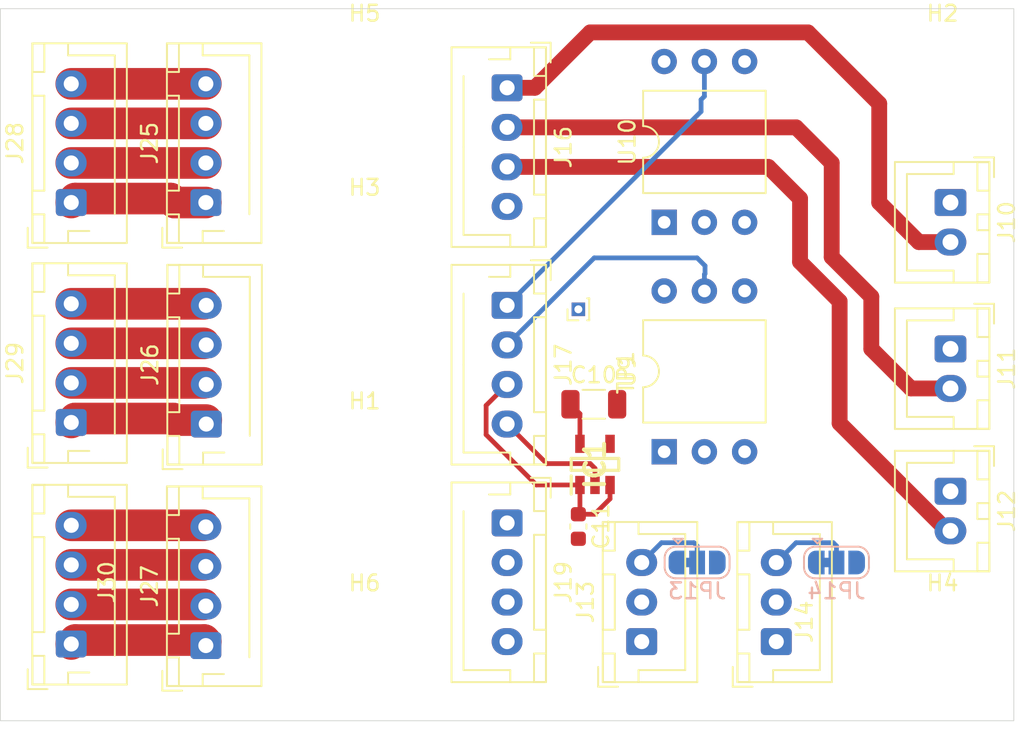
<source format=kicad_pcb>
(kicad_pcb (version 20240108) (generator "pcbnew") (generator_version "8.0")
  (layers (0 "F.Cu" signal) (31 "B.Cu" signal) (34 "B.Paste" user) (35 "F.Paste" user) (36 "B.SilkS" user "B.Silkscreen") (37 "F.SilkS" user "F.Silkscreen") (38 "B.Mask" user) (39 "F.Mask" user) (44 "Edge.Cuts" user))
  (net 0 "")
  (net 1 "/MID_GND3")
  (net 2 "/MID_GND1")
  (net 3 "/MID_GND2")
  (net 4 "+5VA")
  (net 5 "/MID_SEN2")
  (net 6 "Net-(J13-Pin_2)")
  (net 7 "Net-(J14-Pin_2)")
  (net 8 "/MID_VALVE1")
  (net 9 "/MID_VALVE2")
  (net 10 "/MID_LIGHT_DN")
  (net 11 "/MID_Z_MIN")
  (net 12 "/MID_X_MIN")
  (net 13 "/MID_SEN_VCC")
  (net 14 "/MID_SEN1")
  (net 15 "Net-(J19-Pin_1)")
  (net 23 "Net-(J25-Pin_3)")
  (net 24 "Net-(J25-Pin_1)")
  (net 25 "Net-(J25-Pin_4)")
  (net 26 "Net-(J25-Pin_2)")
  (net 27 "Net-(J26-Pin_4)")
  (net 28 "Net-(J26-Pin_1)")
  (net 29 "Net-(J26-Pin_2)")
  (net 30 "Net-(J26-Pin_3)")
  (net 31 "Net-(J27-Pin_2)")
  (net 32 "Net-(J27-Pin_4)")
  (net 33 "Net-(J27-Pin_3)")
  (net 34 "Net-(J27-Pin_1)")
  (footprint "Capacitor_SMD:C_1206_3216Metric" (layer "F.Cu") (at 108.475 59)
    (property "Reference" "C10" (at 0 -1.85 0) (layer "F.SilkS"))
    (property "Value" "10uF")
    (pad "1" smd roundrect (at -1.475 0) (size 1.15 1.8) (layers "F.Cu" "F.Paste" "F.Mask") (roundrect_rratio 0.217391) (net 4 "+5VA"))
    (pad "2" smd roundrect (at 1.475 0) (size 1.15 1.8) (layers "F.Cu" "F.Paste" "F.Mask") (roundrect_rratio 0.217391) (net 1 "/MID_GND3"))
  )
  (footprint "Package_DIP:DIP-6_W10.16mm" (layer "F.Cu") (at 112.92 62 90)
    (property "Reference" "U9" (at 5.08 -2.33 90) (layer "F.SilkS"))
    (property "Value" "XGZP6847A")
    (pad "1" thru_hole rect (at 0 0 90) (size 1.6 1.6) (drill 0.8) (layers "*.Cu" "*.Mask"))
    (pad "2" thru_hole oval (at 0 2.54 90) (size 1.6 1.6) (drill 0.8) (layers "*.Cu" "*.Mask"))
    (pad "3" thru_hole oval (at 0 5.08 90) (size 1.6 1.6) (drill 0.8) (layers "*.Cu" "*.Mask") (net 1 "/MID_GND3"))
    (pad "4" thru_hole oval (at 10.16 5.08 90) (size 1.6 1.6) (drill 0.8) (layers "*.Cu" "*.Mask") (net 4 "+5VA"))
    (pad "5" thru_hole oval (at 10.16 2.54 90) (size 1.6 1.6) (drill 0.8) (layers "*.Cu" "*.Mask") (net 5 "/MID_SEN2"))
    (pad "6" thru_hole oval (at 10.16 0 90) (size 1.6 1.6) (drill 0.8) (layers "*.Cu" "*.Mask"))
  )
  (footprint "Connector_JST:JST_XH_B2B-XH-A_1x02_P2.50mm_Vertical" (layer "F.Cu") (at 131 64.5 -90)
    (property "Reference" "J12" (at 1.25 -3.55 90) (layer "F.SilkS"))
    (property "Value" "Conn_01x02_Male" (hide yes))
    (pad "1" thru_hole roundrect (at 0 0 270) (size 1.7 2) (drill 1) (layers "*.Cu" "*.Mask") (roundrect_rratio 0.147059) (net 2 "/MID_GND1"))
    (pad "2" thru_hole oval (at 2.5 0 270) (size 1.7 2) (drill 1) (layers "*.Cu" "*.Mask") (net 10 "/MID_LIGHT_DN"))
  )
  (footprint "Connector_JST:JST_XH_B4B-XH-AM_1x04_P2.50mm_Vertical" (layer "F.Cu") (at 103 39 -90)
    (property "Reference" "J16" (at 3.75 -3.55 90) (layer "F.SilkS"))
    (property "Value" "Conn_01x04_Male")
    (pad "" np_thru_hole circle (at -1.6 2 270) (size 1.2 1.2) (drill 1.2) (layers "*.Cu" "*.Mask"))
    (pad "1" thru_hole roundrect (at 0 0 270) (size 1.7 1.95) (drill 0.95) (layers "*.Cu" "*.Mask") (roundrect_rratio 0.147059) (net 8 "/MID_VALVE1"))
    (pad "2" thru_hole oval (at 2.5 0 270) (size 1.7 1.95) (drill 0.95) (layers "*.Cu" "*.Mask") (net 9 "/MID_VALVE2"))
    (pad "3" thru_hole oval (at 5 0 270) (size 1.7 1.95) (drill 0.95) (layers "*.Cu" "*.Mask") (net 10 "/MID_LIGHT_DN"))
    (pad "4" thru_hole oval (at 7.5 0 270) (size 1.7 1.95) (drill 0.95) (layers "*.Cu" "*.Mask") (net 2 "/MID_GND1"))
  )
  (footprint "Connector_JST:JST_XH_B4B-XH-AM_1x04_P2.50mm_Vertical" (layer "F.Cu") (at 84 60.25 90)
    (property "Reference" "J26" (at 3.75 -3.55 90) (layer "F.SilkS"))
    (property "Value" "Conn_01x04_Male")
    (pad "" np_thru_hole circle (at -1.6 2 90) (size 1.2 1.2) (drill 1.2) (layers "*.Cu" "*.Mask"))
    (pad "1" thru_hole roundrect (at 0 0 90) (size 1.7 1.95) (drill 0.95) (layers "*.Cu" "*.Mask") (roundrect_rratio 0.147059) (net 28 "Net-(J26-Pin_1)"))
    (pad "2" thru_hole oval (at 2.5 0 90) (size 1.7 1.95) (drill 0.95) (layers "*.Cu" "*.Mask") (net 29 "Net-(J26-Pin_2)"))
    (pad "3" thru_hole oval (at 5 0 90) (size 1.7 1.95) (drill 0.95) (layers "*.Cu" "*.Mask") (net 30 "Net-(J26-Pin_3)"))
    (pad "4" thru_hole oval (at 7.5 0 90) (size 1.7 1.95) (drill 0.95) (layers "*.Cu" "*.Mask") (net 27 "Net-(J26-Pin_4)"))
  )
  (footprint "Connector_JST:JST_XH_B4B-XH-AM_1x04_P2.50mm_Vertical" (layer "F.Cu") (at 75.475 60.15 90)
    (property "Reference" "J29" (at 3.75 -3.55 90) (layer "F.SilkS"))
    (property "Value" "Conn_01x04_Male")
    (pad "" np_thru_hole circle (at -1.6 2 90) (size 1.2 1.2) (drill 1.2) (layers "*.Cu" "*.Mask"))
    (pad "1" thru_hole roundrect (at 0 0 90) (size 1.7 1.95) (drill 0.95) (layers "*.Cu" "*.Mask") (roundrect_rratio 0.147059) (net 28 "Net-(J26-Pin_1)"))
    (pad "2" thru_hole oval (at 2.5 0 90) (size 1.7 1.95) (drill 0.95) (layers "*.Cu" "*.Mask") (net 29 "Net-(J26-Pin_2)"))
    (pad "3" thru_hole oval (at 5 0 90) (size 1.7 1.95) (drill 0.95) (layers "*.Cu" "*.Mask") (net 30 "Net-(J26-Pin_3)"))
    (pad "4" thru_hole oval (at 7.5 0 90) (size 1.7 1.95) (drill 0.95) (layers "*.Cu" "*.Mask") (net 27 "Net-(J26-Pin_4)"))
  )
  (footprint "Connector_JST:JST_XH_B4B-XH-AM_1x04_P2.50mm_Vertical" (layer "F.Cu") (at 103 52.75 -90)
    (property "Reference" "J17" (at 3.75 -3.55 90) (layer "F.SilkS"))
    (property "Value" "Conn_01x04_Male")
    (pad "" np_thru_hole circle (at -1.6 2 270) (size 1.2 1.2) (drill 1.2) (layers "*.Cu" "*.Mask"))
    (pad "1" thru_hole roundrect (at 0 0 270) (size 1.7 1.95) (drill 0.95) (layers "*.Cu" "*.Mask") (roundrect_rratio 0.147059) (net 14 "/MID_SEN1"))
    (pad "2" thru_hole oval (at 2.5 0 270) (size 1.7 1.95) (drill 0.95) (layers "*.Cu" "*.Mask") (net 5 "/MID_SEN2"))
    (pad "3" thru_hole oval (at 5 0 270) (size 1.7 1.95) (drill 0.95) (layers "*.Cu" "*.Mask") (net 13 "/MID_SEN_VCC"))
    (pad "4" thru_hole oval (at 7.5 0 270) (size 1.7 1.95) (drill 0.95) (layers "*.Cu" "*.Mask") (net 1 "/MID_GND3"))
  )
  (footprint "Package_DIP:DIP-6_W10.16mm" (layer "F.Cu") (at 112.92 47.5 90)
    (property "Reference" "U10" (at 5.08 -2.33 90) (layer "F.SilkS"))
    (property "Value" "XGZP6847A")
    (pad "1" thru_hole rect (at 0 0 90) (size 1.6 1.6) (drill 0.8) (layers "*.Cu" "*.Mask"))
    (pad "2" thru_hole oval (at 0 2.54 90) (size 1.6 1.6) (drill 0.8) (layers "*.Cu" "*.Mask"))
    (pad "3" thru_hole oval (at 0 5.08 90) (size 1.6 1.6) (drill 0.8) (layers "*.Cu" "*.Mask") (net 1 "/MID_GND3"))
    (pad "4" thru_hole oval (at 10.16 5.08 90) (size 1.6 1.6) (drill 0.8) (layers "*.Cu" "*.Mask") (net 4 "+5VA"))
    (pad "5" thru_hole oval (at 10.16 2.54 90) (size 1.6 1.6) (drill 0.8) (layers "*.Cu" "*.Mask") (net 14 "/MID_SEN1"))
    (pad "6" thru_hole oval (at 10.16 0 90) (size 1.6 1.6) (drill 0.8) (layers "*.Cu" "*.Mask"))
  )
  (footprint "Connector_JST:JST_XH_B2B-XH-A_1x02_P2.50mm_Vertical" (layer "F.Cu") (at 131 46.25 -90)
    (property "Reference" "J10" (at 1.25 -3.55 90) (layer "F.SilkS"))
    (property "Value" "Conn_01x02_Male" (hide yes))
    (pad "1" thru_hole roundrect (at 0 0 270) (size 1.7 2) (drill 1) (layers "*.Cu" "*.Mask") (roundrect_rratio 0.147059) (net 2 "/MID_GND1"))
    (pad "2" thru_hole oval (at 2.5 0 270) (size 1.7 2) (drill 1) (layers "*.Cu" "*.Mask") (net 8 "/MID_VALVE1"))
  )
  (footprint "MountingHole:MountingHole_3.2mm_M3" (layer "F.Cu") (at 130.5 38.5)
    (property "Reference" "H2" (at 0 -4.2 0) (layer "F.SilkS"))
    (property "Value" "MountingHole")
    (pad "" np_thru_hole circle (at 0 0) (size 3.2 3.2) (drill 3.2) (layers "*.Cu" "*.Mask"))
  )
  (footprint "Connector_JST:JST_XH_B2B-XH-A_1x02_P2.50mm_Vertical" (layer "F.Cu") (at 131 55.5 -90)
    (property "Reference" "J11" (at 1.25 -3.55 90) (layer "F.SilkS"))
    (property "Value" "Conn_01x02_Male" (hide yes))
    (pad "1" thru_hole roundrect (at 0 0 270) (size 1.7 2) (drill 1) (layers "*.Cu" "*.Mask") (roundrect_rratio 0.147059) (net 2 "/MID_GND1"))
    (pad "2" thru_hole oval (at 2.5 0 270) (size 1.7 2) (drill 1) (layers "*.Cu" "*.Mask") (net 9 "/MID_VALVE2"))
  )
  (footprint "Connector_JST:JST_XH_B3B-XH-A_1x03_P2.50mm_Vertical" (layer "F.Cu") (at 111.5 74 90)
    (property "Reference" "J13" (at 2.5 -3.55 90) (layer "F.SilkS"))
    (property "Value" "Conn_01x03_Pin")
    (pad "1" thru_hole roundrect (at 0 0 90) (size 1.7 1.95) (drill 0.95) (layers "*.Cu" "*.Mask") (roundrect_rratio 0.147059) (net 11 "/MID_Z_MIN"))
    (pad "2" thru_hole oval (at 2.5 0 90) (size 1.7 1.95) (drill 0.95) (layers "*.Cu" "*.Mask") (net 6 "Net-(J13-Pin_2)"))
    (pad "3" thru_hole oval (at 5 0 90) (size 1.7 1.95) (drill 0.95) (layers "*.Cu" "*.Mask") (net 3 "/MID_GND2"))
  )
  (footprint "MountingHole:MountingHole_3.2mm_M3" (layer "F.Cu") (at 130.5 74.5)
    (property "Reference" "H4" (at 0 -4.2 0) (layer "F.SilkS"))
    (property "Value" "MountingHole")
    (pad "" np_thru_hole circle (at 0 0) (size 3.2 3.2) (drill 3.2) (layers "*.Cu" "*.Mask"))
  )
  (footprint "Connector_JST:JST_XH_B4B-XH-AM_1x04_P2.50mm_Vertical" (layer "F.Cu") (at 103 66.5 -90)
    (property "Reference" "J19" (at 3.75 -3.55 90) (layer "F.SilkS"))
    (property "Value" "Conn_01x04_Male")
    (pad "" np_thru_hole circle (at -1.6 2 270) (size 1.2 1.2) (drill 1.2) (layers "*.Cu" "*.Mask"))
    (pad "1" thru_hole roundrect (at 0 0 270) (size 1.7 1.95) (drill 0.95) (layers "*.Cu" "*.Mask") (roundrect_rratio 0.147059) (net 15 "Net-(J19-Pin_1)"))
    (pad "2" thru_hole oval (at 2.5 0 270) (size 1.7 1.95) (drill 0.95) (layers "*.Cu" "*.Mask") (net 11 "/MID_Z_MIN"))
    (pad "3" thru_hole oval (at 5 0 270) (size 1.7 1.95) (drill 0.95) (layers "*.Cu" "*.Mask") (net 12 "/MID_X_MIN"))
    (pad "4" thru_hole oval (at 7.5 0 270) (size 1.7 1.95) (drill 0.95) (layers "*.Cu" "*.Mask") (net 3 "/MID_GND2"))
  )
  (footprint "Capacitor_SMD:C_0603_1608Metric" (layer "F.Cu") (at 107.5 66.725 -90)
    (property "Reference" "C11" (at 0 -1.43 90) (layer "F.SilkS"))
    (property "Value" "1uF")
    (pad "1" smd roundrect (at -0.775 0 270) (size 0.9 0.95) (layers "F.Cu" "F.Paste" "F.Mask") (net 13 "/MID_SEN_VCC"))
    (pad "2" smd roundrect (at 0.775 0 270) (size 0.9 0.95) (layers "F.Cu" "F.Paste" "F.Mask") (net 1 "/MID_GND3"))
  )
  (footprint "Connector_JST:JST_XH_B4B-XH-AM_1x04_P2.50mm_Vertical" (layer "F.Cu") (at 75.475 46.25 90)
    (property "Reference" "J28" (at 3.75 -3.55 90) (layer "F.SilkS"))
    (property "Value" "Conn_01x04_Male")
    (pad "" np_thru_hole circle (at -1.6 2 90) (size 1.2 1.2) (drill 1.2) (layers "*.Cu" "*.Mask"))
    (pad "1" thru_hole roundrect (at 0 0 90) (size 1.7 1.95) (drill 0.95) (layers "*.Cu" "*.Mask") (roundrect_rratio 0.147059) (net 24 "Net-(J25-Pin_1)"))
    (pad "2" thru_hole oval (at 2.5 0 90) (size 1.7 1.95) (drill 0.95) (layers "*.Cu" "*.Mask") (net 26 "Net-(J25-Pin_2)"))
    (pad "3" thru_hole oval (at 5 0 90) (size 1.7 1.95) (drill 0.95) (layers "*.Cu" "*.Mask") (net 23 "Net-(J25-Pin_3)"))
    (pad "4" thru_hole oval (at 7.5 0 90) (size 1.7 1.95) (drill 0.95) (layers "*.Cu" "*.Mask") (net 25 "Net-(J25-Pin_4)"))
  )
  (footprint "MountingHole:MountingHole_3.2mm_M3" (layer "F.Cu") (at 94 63)
    (property "Reference" "H1" (at 0 -4.2 0) (layer "F.SilkS"))
    (property "Value" "MountingHole")
    (pad "" np_thru_hole circle (at 0 0) (size 3.2 3.2) (drill 3.2) (layers "*.Cu" "*.Mask"))
  )
  (footprint "Connector_JST:JST_XH_B4B-XH-AM_1x04_P2.50mm_Vertical" (layer "F.Cu") (at 83.975 74.25 90)
    (property "Reference" "J27" (at 3.75 -3.55 90) (layer "F.SilkS"))
    (property "Value" "Conn_01x04_Male")
    (pad "" np_thru_hole circle (at -1.6 2 90) (size 1.2 1.2) (drill 1.2) (layers "*.Cu" "*.Mask"))
    (pad "1" thru_hole roundrect (at 0 0 90) (size 1.7 1.95) (drill 0.95) (layers "*.Cu" "*.Mask") (roundrect_rratio 0.147059) (net 34 "Net-(J27-Pin_1)"))
    (pad "2" thru_hole oval (at 2.5 0 90) (size 1.7 1.95) (drill 0.95) (layers "*.Cu" "*.Mask") (net 31 "Net-(J27-Pin_2)"))
    (pad "3" thru_hole oval (at 5 0 90) (size 1.7 1.95) (drill 0.95) (layers "*.Cu" "*.Mask") (net 33 "Net-(J27-Pin_3)"))
    (pad "4" thru_hole oval (at 7.5 0 90) (size 1.7 1.95) (drill 0.95) (layers "*.Cu" "*.Mask") (net 32 "Net-(J27-Pin_4)"))
  )
  (footprint "footprints:SOT95P285X140-5N" (layer "F.Cu") (at 108.55 62.8 90)
    (property "Reference" "IC1" (at 0 0 90) (layer "F.SilkS") (effects (font (size 1.27 1.27) (thickness 0.254))))
    (property "Value" "AP7375-50W5-7" (hide yes))
    (pad "1" smd rect (at -1.3 -0.95 180) (size 0.6 1.15) (layers "F.Cu" "F.Paste" "F.Mask") (net 13 "/MID_SEN_VCC"))
    (pad "2" smd rect (at -1.3 0 180) (size 0.6 1.15) (layers "F.Cu" "F.Paste" "F.Mask") (net 1 "/MID_GND3"))
    (pad "3" smd rect (at -1.3 0.95 180) (size 0.6 1.15) (layers "F.Cu" "F.Paste" "F.Mask") (net 13 "/MID_SEN_VCC"))
    (pad "4" smd rect (at 1.3 0.95 180) (size 0.6 1.15) (layers "F.Cu" "F.Paste" "F.Mask"))
    (pad "5" smd rect (at 1.3 -0.95 180) (size 0.6 1.15) (layers "F.Cu" "F.Paste" "F.Mask") (net 4 "+5VA"))
  )
  (footprint "Connector_PinHeader_1.00mm:PinHeader_1x01_P1.00mm_Vertical" (layer "F.Cu") (at 107.5 53 90)
    (property "Reference" "TP1" (at -4 3 90) (layer "F.SilkS"))
    (property "Value" "TestPoint")
    (pad "1" thru_hole rect (at 0 0 90) (size 0.85 0.85) (drill 0.5) (layers "*.Cu" "*.Mask") (net 15 "Net-(J19-Pin_1)"))
  )
  (footprint "Connector_JST:JST_XH_B3B-XH-A_1x03_P2.50mm_Vertical" (layer "F.Cu") (at 120 74 90)
    (property "Reference" "J14" (at 1.25 1.775 90) (layer "F.SilkS"))
    (property "Value" "Conn_01x03_Pin" (hide yes))
    (pad "1" thru_hole roundrect (at 0 0 90) (size 1.7 1.95) (drill 0.95) (layers "*.Cu" "*.Mask") (roundrect_rratio 0.147059) (net 12 "/MID_X_MIN"))
    (pad "2" thru_hole oval (at 2.5 0 90) (size 1.7 1.95) (drill 0.95) (layers "*.Cu" "*.Mask") (net 7 "Net-(J14-Pin_2)"))
    (pad "3" thru_hole oval (at 5 0 90) (size 1.7 1.95) (drill 0.95) (layers "*.Cu" "*.Mask") (net 3 "/MID_GND2"))
  )
  (footprint "MountingHole:MountingHole_3.2mm_M3" (layer "F.Cu") (at 94 38.5)
    (property "Reference" "H5" (at 0 -4.2 0) (layer "F.SilkS"))
    (property "Value" "MountingHole")
    (pad "" np_thru_hole circle (at 0 0) (size 3.2 3.2) (drill 3.2) (layers "*.Cu" "*.Mask"))
  )
  (footprint "Connector_JST:JST_XH_B4B-XH-AM_1x04_P2.50mm_Vertical" (layer "F.Cu") (at 75.475 74.15 90)
    (property "Reference" "J30" (at 3.9 2.25 90) (layer "F.SilkS"))
    (property "Value" "Conn_01x04_Male" (hide yes))
    (pad "" np_thru_hole circle (at -1.6 2 90) (size 1.2 1.2) (drill 1.2) (layers "*.Cu" "*.Mask"))
    (pad "1" thru_hole roundrect (at 0 0 90) (size 1.7 1.95) (drill 0.95) (layers "*.Cu" "*.Mask") (roundrect_rratio 0.147059) (net 34 "Net-(J27-Pin_1)"))
    (pad "2" thru_hole oval (at 2.5 0 90) (size 1.7 1.95) (drill 0.95) (layers "*.Cu" "*.Mask") (net 31 "Net-(J27-Pin_2)"))
    (pad "3" thru_hole oval (at 5 0 90) (size 1.7 1.95) (drill 0.95) (layers "*.Cu" "*.Mask") (net 33 "Net-(J27-Pin_3)"))
    (pad "4" thru_hole oval (at 7.5 0 90) (size 1.7 1.95) (drill 0.95) (layers "*.Cu" "*.Mask") (net 32 "Net-(J27-Pin_4)"))
  )
  (footprint "Connector_JST:JST_XH_B4B-XH-AM_1x04_P2.50mm_Vertical" (layer "F.Cu") (at 83.975 46.25 90)
    (property "Reference" "J25" (at 3.75 -3.55 90) (layer "F.SilkS"))
    (property "Value" "Conn_01x04_Male")
    (pad "" np_thru_hole circle (at -1.6 2 90) (size 1.2 1.2) (drill 1.2) (layers "*.Cu" "*.Mask"))
    (pad "1" thru_hole roundrect (at 0 0 90) (size 1.7 1.95) (drill 0.95) (layers "*.Cu" "*.Mask") (roundrect_rratio 0.147059) (net 24 "Net-(J25-Pin_1)"))
    (pad "2" thru_hole oval (at 2.5 0 90) (size 1.7 1.95) (drill 0.95) (layers "*.Cu" "*.Mask") (net 26 "Net-(J25-Pin_2)"))
    (pad "3" thru_hole oval (at 5 0 90) (size 1.7 1.95) (drill 0.95) (layers "*.Cu" "*.Mask") (net 23 "Net-(J25-Pin_3)"))
    (pad "4" thru_hole oval (at 7.5 0 90) (size 1.7 1.95) (drill 0.95) (layers "*.Cu" "*.Mask") (net 25 "Net-(J25-Pin_4)"))
  )
  (footprint "MountingHole:MountingHole_3.2mm_M3" (layer "F.Cu") (at 94 49.5)
    (property "Reference" "H3" (at 0 -4.2 0) (layer "F.SilkS"))
    (property "Value" "MountingHole")
    (pad "" np_thru_hole circle (at 0 0) (size 3.2 3.2) (drill 3.2) (layers "*.Cu" "*.Mask"))
  )
  (footprint "MountingHole:MountingHole_3.2mm_M3" (layer "F.Cu") (at 94 74.5)
    (property "Reference" "H6" (at 0 -4.2 0) (layer "F.SilkS"))
    (property "Value" "MountingHole")
    (pad "" np_thru_hole circle (at 0 0) (size 3.2 3.2) (drill 3.2) (layers "*.Cu" "*.Mask"))
  )
  (footprint "Jumper:SolderJumper-3_P1.3mm_Bridged12_RoundedPad1.0x1.5mm" (layer "B.Cu") (at 115 69)
    (property "Reference" "JP13" (at 0 1.8 0) (layer "B.SilkS") (effects (justify mirror)))
    (property "Value" "SolderJumper_3_Bridged12")
    (fp_poly (pts (xy -0.9 0.3) (xy -0.4 0.3) (xy -0.4 -0.3) (xy -0.9 -0.3)) (fill solid) (layer "B.Cu"))
    (pad "1" smd custom (at -1.3 0) (size 1 0.5) (layers "B.Cu" "B.Mask") (net 13 "/MID_SEN_VCC") (options (clearance outline) (anchor rect)) (primitives (gr_circle (center 0 -0.25) (end 0.5 -0.25) (width 0) (fill yes)) (gr_circle (center 0 0.25) (end 0.5 0.25) (width 0) (fill yes)) (gr_poly (pts (xy 0.55 -0.75) (xy 0 -0.75) (xy 0 0.75) (xy 0.55 0.75)) (width 0) (fill yes))))
    (pad "2" smd rect (at 0 0) (size 1 1.5) (layers "B.Cu" "B.Mask") (net 6 "Net-(J13-Pin_2)"))
    (pad "3" smd custom (at 1.3 0) (size 1 0.5) (layers "B.Cu" "B.Mask") (net 4 "+5VA") (options (clearance outline) (anchor rect)) (primitives (gr_circle (center 0 -0.25) (end 0.5 -0.25) (width 0) (fill yes)) (gr_circle (center 0 0.25) (end 0.5 0.25) (width 0) (fill yes)) (gr_poly (pts (xy 0 -0.75) (xy -0.55 -0.75) (xy -0.55 0.75) (xy 0 0.75)) (width 0) (fill yes))))
  )
  (footprint "Jumper:SolderJumper-3_P1.3mm_Bridged12_RoundedPad1.0x1.5mm" (layer "B.Cu") (at 123.8 69)
    (property "Reference" "JP14" (at 0 1.8 0) (layer "B.SilkS") (effects (justify mirror)))
    (property "Value" "SolderJumper_3_Bridged12")
    (fp_poly (pts (xy -0.9 0.3) (xy -0.4 0.3) (xy -0.4 -0.3) (xy -0.9 -0.3)) (fill solid) (layer "B.Cu"))
    (pad "1" smd custom (at -1.3 0) (size 1 0.5) (layers "B.Cu" "B.Mask") (net 13 "/MID_SEN_VCC") (options (clearance outline) (anchor rect)) (primitives (gr_circle (center 0 -0.25) (end 0.5 -0.25) (width 0) (fill yes)) (gr_circle (center 0 0.25) (end 0.5 0.25) (width 0) (fill yes)) (gr_poly (pts (xy 0.55 -0.75) (xy 0 -0.75) (xy 0 0.75) (xy 0.55 0.75)) (width 0) (fill yes))))
    (pad "2" smd rect (at 0 0) (size 1 1.5) (layers "B.Cu" "B.Mask") (net 7 "Net-(J14-Pin_2)"))
    (pad "3" smd custom (at 1.3 0) (size 1 0.5) (layers "B.Cu" "B.Mask") (net 4 "+5VA") (options (clearance outline) (anchor rect)) (primitives (gr_circle (center 0 -0.25) (end 0.5 -0.25) (width 0) (fill yes)) (gr_circle (center 0 0.25) (end 0.5 0.25) (width 0) (fill yes)) (gr_poly (pts (xy 0 -0.75) (xy -0.55 -0.75) (xy -0.55 0.75) (xy 0 0.75)) (width 0) (fill yes))))
  )
  (gr_rect (start 71 34) (end 135 79) (stroke (width 0.05)) (fill none) (layer "Edge.Cuts"))
  (segment (start 103 60.25) (end 105.5 62.75) (width 0.3) (layer "F.Cu") (net 1))
  (segment (start 108.25 62.75) (end 108.55 63.05) (width 0.3) (layer "F.Cu") (net 1))
  (segment (start 108.55 63.05) (end 108.55 64.1) (width 0.3) (layer "F.Cu") (net 1))
  (segment (start 105.5 62.75) (end 108.25 62.75) (width 0.3) (layer "F.Cu") (net 1))
  (segment (start 123.8 69) (end 123.8 67.95) (width 0.3) (layer "B.Cu") (net 3))
  (segment (start 112.75 67.75) (end 111.5 69) (width 0.3) (layer "B.Cu") (net 3))
  (segment (start 115 69) (end 115 67.95) (width 0.3) (layer "B.Cu") (net 3))
  (segment (start 121.25 67.75) (end 120 69) (width 0.3) (layer "B.Cu") (net 3))
  (segment (start 123.6 67.75) (end 121.25 67.75) (width 0.3) (layer "B.Cu") (net 3))
  (segment (start 123.8 67.95) (end 123.6 67.75) (width 0.3) (layer "B.Cu") (net 3))
  (segment (start 115 67.95) (end 114.8 67.75) (width 0.3) (layer "B.Cu") (net 3))
  (segment (start 114.8 67.75) (end 112.75 67.75) (width 0.3) (layer "B.Cu") (net 3))
  (segment (start 107.6 59.6) (end 107 59) (width 0.3) (layer "F.Cu") (net 4))
  (segment (start 107.6 61.5) (end 107.6 59.6) (width 0.3) (layer "F.Cu") (net 4))
  (segment (start 115.5 50.25) (end 115.5 50.75) (width 0.3) (layer "B.Cu") (net 5))
  (segment (start 103 55.25) (end 108.5 49.75) (width 0.3) (layer "B.Cu") (net 5))
  (segment (start 115 49.75) (end 115.5 50.25) (width 0.3) (layer "B.Cu") (net 5))
  (segment (start 115.46 50.79) (end 115.46 51.84) (width 0.3) (layer "B.Cu") (net 5))
  (segment (start 115.5 50.75) (end 115.46 50.79) (width 0.3) (layer "B.Cu") (net 5))
  (segment (start 108.5 49.75) (end 115 49.75) (width 0.3) (layer "B.Cu") (net 5))
  (segment (start 103 39) (end 104.75 39) (width 1) (layer "F.Cu") (net 8))
  (segment (start 108.25 35.5) (end 122 35.5) (width 1) (layer "F.Cu") (net 8))
  (segment (start 122 35.5) (end 126.5 40) (width 1) (layer "F.Cu") (net 8))
  (segment (start 126.5 40) (end 126.5 46.25) (width 1) (layer "F.Cu") (net 8))
  (segment (start 129 48.75) (end 131 48.75) (width 1) (layer "F.Cu") (net 8))
  (segment (start 104.75 39) (end 108.25 35.5) (width 1) (layer "F.Cu") (net 8))
  (segment (start 126.5 46.25) (end 129 48.75) (width 1) (layer "F.Cu") (net 8))
  (segment (start 126 55.5) (end 128.5 58) (width 1) (layer "F.Cu") (net 9))
  (segment (start 123.5 43.75) (end 123.5 49.7) (width 1) (layer "F.Cu") (net 9))
  (segment (start 128.5 58) (end 131 58) (width 1) (layer "F.Cu") (net 9))
  (segment (start 121.25 41.5) (end 123.5 43.75) (width 1) (layer "F.Cu") (net 9))
  (segment (start 123.5 49.7) (end 126 52.2) (width 1) (layer "F.Cu") (net 9))
  (segment (start 103 41.5) (end 121.25 41.5) (width 1) (layer "F.Cu") (net 9))
  (segment (start 126 52.2) (end 126 55.5) (width 1) (layer "F.Cu") (net 9))
  (segment (start 103 44) (end 119.5 44) (width 1) (layer "F.Cu") (net 10))
  (segment (start 124 60.20043) (end 130.79957 67) (width 1) (layer "F.Cu") (net 10))
  (segment (start 121.5 50) (end 124 52.5) (width 1) (layer "F.Cu") (net 10))
  (segment (start 130.79957 67) (end 131 67) (width 1) (layer "F.Cu") (net 10))
  (segment (start 124 52.5) (end 124 60.20043) (width 1) (layer "F.Cu") (net 10))
  (segment (start 119.5 44) (end 121.5 46) (width 1) (layer "F.Cu") (net 10))
  (segment (start 121.5 46) (end 121.5 50) (width 1) (layer "F.Cu") (net 10))
  (segment (start 109.5 64.1) (end 109.5 64.975) (width 0.3) (layer "F.Cu") (net 13))
  (segment (start 101.675 60.925) (end 104.85 64.1) (width 0.3) (layer "F.Cu") (net 13))
  (segment (start 103 57.75) (end 101.675 59.075) (width 0.3) (layer "F.Cu") (net 13))
  (segment (start 107.6 64.1) (end 107.6 65.85) (width 0.3) (layer "F.Cu") (net 13))
  (segment (start 108.525 65.95) (end 107.5 65.95) (width 0.3) (layer "F.Cu") (net 13))
  (segment (start 107.6 65.85) (end 107.5 65.95) (width 0.3) (layer "F.Cu") (net 13))
  (segment (start 104.85 64.1) (end 107.6 64.1) (width 0.3) (layer "F.Cu") (net 13))
  (segment (start 109.5 64.975) (end 108.525 65.95) (width 0.3) (layer "F.Cu") (net 13))
  (segment (start 101.675 59.075) (end 101.675 60.925) (width 0.3) (layer "F.Cu") (net 13))
  (segment (start 115.46 39.54) (end 115.46 37.34) (width 0.3) (layer "B.Cu") (net 14))
  (segment (start 103 52.75) (end 115.25 40.5) (width 0.3) (layer "B.Cu") (net 14))
  (segment (start 115.25 40.5) (end 115.25 39.75) (width 0.3) (layer "B.Cu") (net 14))
  (segment (start 115.25 39.75) (end 115.46 39.54) (width 0.3) (layer "B.Cu") (net 14))
  (segment (start 75.475 41.25) (end 83.975 41.25) (width 2) (layer "F.Cu") (net 23))
  (segment (start 83.975 46.25) (end 82 46.25) (width 2) (layer "F.Cu") (net 24))
  (segment (start 82 46.25) (end 81.75 46) (width 2) (layer "F.Cu") (net 24))
  (segment (start 81.75 46) (end 75.725 46) (width 2) (layer "F.Cu") (net 24))
  (segment (start 75.725 46) (end 75.475 46.25) (width 2) (layer "F.Cu") (net 24))
  (segment (start 75.475 38.75) (end 83.975 38.75) (width 2) (layer "F.Cu") (net 25))
  (segment (start 75.475 43.75) (end 83.975 43.75) (width 2) (layer "F.Cu") (net 26))
  (segment (start 75.475 52.65) (end 83.85 52.65) (width 2) (layer "F.Cu") (net 27))
  (segment (start 82 60) (end 84 60) (width 2) (layer "F.Cu") (net 28))
  (segment (start 75.475 60.15) (end 75.725 59.9) (width 2) (layer "F.Cu") (net 28))
  (segment (start 75.725 59.9) (end 81.9 59.9) (width 2) (layer "F.Cu") (net 28))
  (segment (start 81.9 59.9) (end 82 60) (width 2) (layer "F.Cu") (net 28))
  (segment (start 75.475 57.65) (end 83.85 57.65) (width 2) (layer "F.Cu") (net 29))
  (segment (start 75.475 55.15) (end 83.85 55.15) (width 2) (layer "F.Cu") (net 30))
  (segment (start 75.475 71.65) (end 83.825 71.65) (width 2) (layer "F.Cu") (net 31))
  (segment (start 75.475 66.65) (end 83.825 66.65) (width 2) (layer "F.Cu") (net 32))
  (segment (start 75.475 69.15) (end 83.825 69.15) (width 2) (layer "F.Cu") (net 33))
  (segment (start 83.875 73.9) (end 83.975 74) (width 2) (layer "F.Cu") (net 34))
  (segment (start 75.475 74.15) (end 75.725 73.9) (width 2) (layer "F.Cu") (net 34))
  (segment (start 75.725 73.9) (end 83.875 73.9) (width 2) (layer "F.Cu") (net 34))
)
</source>
